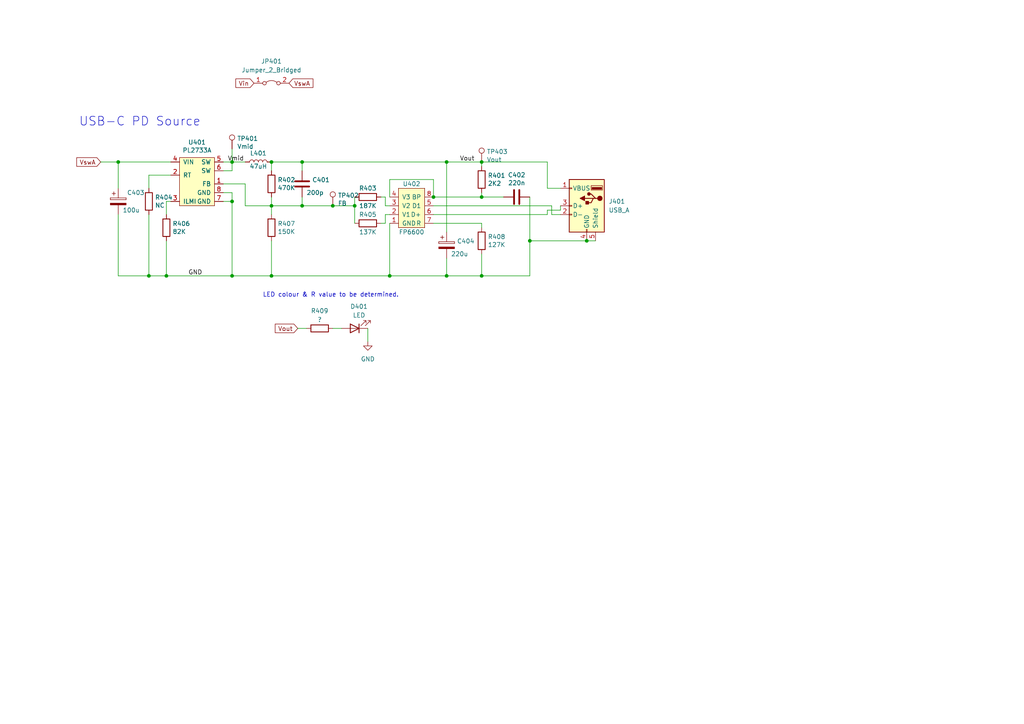
<source format=kicad_sch>
(kicad_sch (version 20211123) (generator eeschema)
  (paper "A4")
  (lib_symbols
    (symbol "Connector:TestPoint" (pin_numbers hide) (pin_names (offset 0.762) hide)
      (property "Reference" "TP" (at 0 6.858 0))
      (property "Value" "TestPoint" (at 0 5.08 0))
      (symbol "TestPoint_0_1"
        (circle (center 0 3.302) (radius 0.762))
      )
      (symbol "TestPoint_1_1"
        (pin passive line (at 0 0 90) (length 2.54) (name "1") (number "1"))
      )
    )
    (symbol "Connector:USB_A" (pin_names (offset 1.016))
      (property "Reference" "J" (at -5.08 11.43 0))
      (property "Value" "USB_A" (at -5.08 8.89 0))
      (symbol "USB_A_0_1"
        (rectangle (start -5.08 -7.62) (end 5.08 7.62) (stroke (width 0.254)) (fill (type background)))
        (circle (center -3.81 2.159) (radius 0.635) (stroke (width 0.254)) (fill (type outline)))
        (rectangle (start -1.524 4.826) (end -4.318 5.334) (fill (type outline)))
        (rectangle (start -1.27 4.572) (end -4.572 5.842))
        (circle (center -0.635 3.429) (radius 0.381) (stroke (width 0.254)) (fill (type outline)))
        (rectangle (start -0.127 -7.62) (end 0.127 -6.858))
        (polyline (pts (xy -3.175 2.159) (xy -2.54 2.159) (xy -1.27 3.429) (xy -0.635 3.429)) (stroke (width 0.254)))
        (polyline (pts (xy -2.54 2.159) (xy -1.905 2.159) (xy -1.27 0.889) (xy 0 0.889)) (stroke (width 0.254)))
        (polyline (pts (xy 0.635 2.794) (xy 0.635 1.524) (xy 1.905 2.159) (xy 0.635 2.794)) (stroke (width 0.254)) (fill (type outline)))
        (rectangle (start 0.254 1.27) (end -0.508 0.508) (stroke (width 0.254)) (fill (type outline)))
        (rectangle (start 5.08 -2.667) (end 4.318 -2.413))
        (rectangle (start 5.08 -0.127) (end 4.318 0.127))
        (rectangle (start 5.08 4.953) (end 4.318 5.207))
      )
      (symbol "USB_A_1_1"
        (polyline (pts (xy -1.905 2.159) (xy 0.635 2.159)) (stroke (width 0.254)))
        (pin power_in line (at 7.62 5.08 180) (length 2.54) (name "VBUS") (number "1"))
        (pin bidirectional line (at 7.62 -2.54 180) (length 2.54) (name "D-") (number "2"))
        (pin bidirectional line (at 7.62 0 180) (length 2.54) (name "D+") (number "3"))
        (pin power_in line (at 0 -10.16 90) (length 2.54) (name "GND") (number "4"))
        (pin passive line (at -2.54 -10.16 90) (length 2.54) (name "Shield") (number "5"))
      )
    )
    (symbol "Device:C" (pin_numbers hide) (pin_names (offset 0.254))
      (property "Reference" "C" (at 0.635 2.54 0))
      (property "Value" "C" (at 0.635 -2.54 0))
      (symbol "C_0_1"
        (polyline (pts (xy -2.032 -0.762) (xy 2.032 -0.762)) (stroke (width 0.508)))
        (polyline (pts (xy -2.032 0.762) (xy 2.032 0.762)) (stroke (width 0.508)))
      )
      (symbol "C_1_1"
        (pin passive line (at 0 3.81 270) (length 2.794) (name "~") (number "1"))
        (pin passive line (at 0 -3.81 90) (length 2.794) (name "~") (number "2"))
      )
    )
    (symbol "Device:CP" (pin_numbers hide) (pin_names (offset 0.254))
      (property "Reference" "C" (at 0.635 2.54 0))
      (property "Value" "Device_CP" (at 0.635 -2.54 0))
      (symbol "CP_0_1"
        (rectangle (start -2.286 0.508) (end -2.286 1.016))
        (rectangle (start -2.286 0.508) (end 2.286 0.508))
        (polyline (pts (xy -1.778 2.286) (xy -0.762 2.286)))
        (polyline (pts (xy -1.27 2.794) (xy -1.27 1.778)))
        (rectangle (start 2.286 -0.508) (end -2.286 -1.016) (fill (type outline)))
        (rectangle (start 2.286 1.016) (end -2.286 1.016))
        (rectangle (start 2.286 1.016) (end 2.286 0.508))
      )
      (symbol "CP_1_1"
        (pin passive line (at 0 3.81 270) (length 2.794) (name "~") (number "1"))
        (pin passive line (at 0 -3.81 90) (length 2.794) (name "~") (number "2"))
      )
    )
    (symbol "Device:L" (pin_numbers hide) (pin_names (offset 1.016) hide)
      (property "Reference" "L" (at -1.27 0 90))
      (property "Value" "L" (at 1.905 0 90))
      (symbol "L_0_1"
        (arc (start 0 -2.54) (mid 0.635 -1.905) (end 0 -1.27))
        (arc (start 0 -1.27) (mid 0.635 -0.635) (end 0 0))
        (arc (start 0 0) (mid 0.635 0.635) (end 0 1.27))
        (arc (start 0 1.27) (mid 0.635 1.905) (end 0 2.54))
      )
      (symbol "L_1_1"
        (pin passive line (at 0 3.81 270) (length 1.27) (name "1") (number "1"))
        (pin passive line (at 0 -3.81 90) (length 1.27) (name "2") (number "2"))
      )
    )
    (symbol "Device:LED" (pin_numbers hide) (pin_names (offset 1.016) hide)
      (property "Reference" "D" (at 0 2.54 0))
      (property "Value" "LED" (at 0 -2.54 0))
      (symbol "LED_0_1"
        (polyline (pts (xy -1.27 -1.27) (xy -1.27 1.27)) (stroke (width 0.254)))
        (polyline (pts (xy -1.27 0) (xy 1.27 0)))
        (polyline (pts (xy 1.27 -1.27) (xy 1.27 1.27) (xy -1.27 0) (xy 1.27 -1.27)) (stroke (width 0.254)))
        (polyline (pts (xy -3.048 -0.762) (xy -4.572 -2.286) (xy -3.81 -2.286) (xy -4.572 -2.286) (xy -4.572 -1.524)))
        (polyline (pts (xy -1.778 -0.762) (xy -3.302 -2.286) (xy -2.54 -2.286) (xy -3.302 -2.286) (xy -3.302 -1.524)))
      )
      (symbol "LED_1_1"
        (pin passive line (at -3.81 0 0) (length 2.54) (name "K") (number "1"))
        (pin passive line (at 3.81 0 180) (length 2.54) (name "A") (number "2"))
      )
    )
    (symbol "Device:R" (pin_numbers hide) (pin_names (offset 0))
      (property "Reference" "R" (at 2.032 0 90))
      (property "Value" "R" (at 0 0 90))
      (symbol "R_0_1"
        (rectangle (start -1.016 -2.54) (end 1.016 2.54) (stroke (width 0.254)))
      )
      (symbol "R_1_1"
        (pin passive line (at 0 3.81 270) (length 1.27) (name "~") (number "1"))
        (pin passive line (at 0 -3.81 90) (length 1.27) (name "~") (number "2"))
      )
    )
    (symbol "Jumper:Jumper_2_Bridged" (pin_names (offset 0) hide)
      (property "Reference" "JP" (at 0 1.905 0))
      (property "Value" "Jumper_2_Bridged" (at 0 -2.54 0))
      (symbol "Jumper_2_Bridged_0_0"
        (circle (center -2.032 0) (radius 0.508))
        (circle (center 2.032 0) (radius 0.508))
      )
      (symbol "Jumper_2_Bridged_0_1"
        (arc (start 1.524 0.254) (mid 0 0.762) (end -1.524 0.254))
      )
      (symbol "Jumper_2_Bridged_1_1"
        (pin passive line (at -5.08 0 0) (length 2.54) (name "A") (number "1"))
        (pin passive line (at 5.08 0 180) (length 2.54) (name "B") (number "2"))
      )
    )
    (symbol "customs:FP6600" (pin_names (offset 1.016))
      (property "Reference" "U" (at 0 1.27 0))
      (property "Value" "customs_FP6600" (at 0 -1.27 0))
      (symbol "FP6600_0_1"
        (rectangle (start -3.81 -2.54) (end 3.81 -13.97) (fill (type background)))
      )
      (symbol "FP6600_1_1"
        (pin power_in line (at -6.35 -12.7 0) (length 2.54) (name "GND") (number "1"))
        (pin input line (at -6.35 -10.16 0) (length 2.54) (name "V1") (number "2"))
        (pin input line (at -6.35 -7.62 0) (length 2.54) (name "V2") (number "3"))
        (pin input line (at -6.35 -5.08 0) (length 2.54) (name "V3") (number "4"))
        (pin bidirectional line (at 6.35 -7.62 180) (length 2.54) (name "D1") (number "5"))
        (pin bidirectional line (at 6.35 -10.16 180) (length 2.54) (name "D+") (number "6"))
        (pin input line (at 6.35 -12.7 180) (length 2.54) (name "R") (number "7"))
        (pin power_in line (at 6.35 -5.08 180) (length 2.54) (name "BP") (number "8"))
      )
    )
    (symbol "customs:PL2733A" (pin_names (offset 1.016))
      (property "Reference" "U" (at 0 7.62 0))
      (property "Value" "customs_PL2733A" (at 0 5.08 0))
      (symbol "PL2733A_0_1"
        (rectangle (start -5.08 3.81) (end 5.08 -10.16) (fill (type background)))
      )
      (symbol "PL2733A_1_1"
        (pin input line (at 7.62 -3.81 180) (length 2.54) (name "FB") (number "1"))
        (pin input line (at -7.62 -1.27 0) (length 2.54) (name "RT") (number "2"))
        (pin input line (at -7.62 -8.89 0) (length 2.54) (name "ILMI") (number "3"))
        (pin power_in line (at -7.62 2.54 0) (length 2.54) (name "VIN") (number "4"))
        (pin power_out line (at 7.62 2.54 180) (length 2.54) (name "SW") (number "5"))
        (pin power_out line (at 7.62 0 180) (length 2.54) (name "SW") (number "6"))
        (pin power_in line (at 7.62 -8.89 180) (length 2.54) (name "GND") (number "7"))
        (pin power_in line (at 7.62 -6.35 180) (length 2.54) (name "GND") (number "8"))
      )
    )
    (symbol "power:GND" (power) (pin_names (offset 0))
      (property "Value" "GND" (at 0 -3.81 0))
      (symbol "GND_0_1"
        (polyline (pts (xy 0 0) (xy 0 -1.27) (xy 1.27 -1.27) (xy 0 -2.54) (xy -1.27 -1.27) (xy 0 -1.27)))
      )
      (symbol "GND_1_1"
        (pin power_in line (at 0 0 270) (length 0) hide (name "GND") (number "1"))
      )
    )
  )
  (junction (at 129.54 80.01))
  (junction (at 129.54 46.99))
  (junction (at 78.74 46.99))
  (junction (at 67.31 46.99))
  (junction (at 96.52 59.69))
  (junction (at 34.29 46.99))
  (junction (at 113.03 80.01))
  (junction (at 139.7 80.01))
  (junction (at 78.74 59.69))
  (junction (at 125.73 57.15))
  (junction (at 139.7 46.99))
  (junction (at 170.18 69.85))
  (junction (at 102.87 59.69))
  (junction (at 87.63 59.69))
  (junction (at 43.18 80.01))
  (junction (at 153.67 69.85))
  (junction (at 78.74 80.01))
  (junction (at 67.31 58.42))
  (junction (at 67.31 80.01))
  (junction (at 87.63 46.99))
  (junction (at 139.7 57.15))
  (junction (at 48.26 80.01))
  (wire (pts (xy 49.53 50.8) (xy 43.18 50.8)))
  (wire (pts (xy 125.73 59.69) (xy 160.02 59.69)))
  (wire (pts (xy 34.29 46.99) (xy 34.29 54.61)))
  (wire (pts (xy 153.67 69.85) (xy 153.67 80.01)))
  (wire (pts (xy 43.18 80.01) (xy 34.29 80.01)))
  (wire (pts (xy 129.54 80.01) (xy 139.7 80.01)))
  (wire (pts (xy 34.29 62.23) (xy 34.29 80.01)))
  (wire (pts (xy 96.52 59.69) (xy 87.63 59.69)))
  (wire (pts (xy 78.74 69.85) (xy 78.74 80.01)))
  (wire (pts (xy 139.7 66.04) (xy 139.7 64.77)))
  (wire (pts (xy 67.31 46.99) (xy 64.77 46.99)))
  (wire (pts (xy 43.18 62.23) (xy 43.18 80.01)))
  (wire (pts (xy 106.68 95.25) (xy 106.68 99.06)))
  (wire (pts (xy 158.75 54.61) (xy 162.56 54.61)))
  (wire (pts (xy 129.54 46.99) (xy 139.7 46.99)))
  (wire (pts (xy 111.76 64.77) (xy 110.49 64.77)))
  (wire (pts (xy 113.03 64.77) (xy 113.03 80.01)))
  (wire (pts (xy 111.76 59.69) (xy 111.76 57.15)))
  (wire (pts (xy 49.53 58.42) (xy 48.26 58.42)))
  (wire (pts (xy 67.31 58.42) (xy 67.31 80.01)))
  (wire (pts (xy 139.7 48.26) (xy 139.7 46.99)))
  (wire (pts (xy 111.76 62.23) (xy 111.76 64.77)))
  (wire (pts (xy 170.18 69.85) (xy 172.72 69.85)))
  (wire (pts (xy 113.03 62.23) (xy 111.76 62.23)))
  (wire (pts (xy 78.74 49.53) (xy 78.74 46.99)))
  (wire (pts (xy 64.77 55.88) (xy 67.31 55.88)))
  (wire (pts (xy 160.02 62.23) (xy 162.56 62.23)))
  (wire (pts (xy 78.74 57.15) (xy 78.74 59.69)))
  (wire (pts (xy 125.73 52.07) (xy 125.73 57.15)))
  (wire (pts (xy 125.73 57.15) (xy 139.7 57.15)))
  (wire (pts (xy 139.7 57.15) (xy 146.05 57.15)))
  (wire (pts (xy 67.31 80.01) (xy 78.74 80.01)))
  (wire (pts (xy 160.02 59.69) (xy 160.02 62.23)))
  (wire (pts (xy 162.56 60.96) (xy 162.56 59.69)))
  (wire (pts (xy 129.54 67.31) (xy 129.54 46.99)))
  (wire (pts (xy 64.77 58.42) (xy 67.31 58.42)))
  (wire (pts (xy 96.52 95.25) (xy 99.06 95.25)))
  (wire (pts (xy 129.54 80.01) (xy 113.03 80.01)))
  (wire (pts (xy 48.26 80.01) (xy 43.18 80.01)))
  (wire (pts (xy 29.21 46.99) (xy 34.29 46.99)))
  (wire (pts (xy 102.87 59.69) (xy 96.52 59.69)))
  (wire (pts (xy 87.63 57.15) (xy 87.63 59.69)))
  (wire (pts (xy 67.31 49.53) (xy 67.31 46.99)))
  (wire (pts (xy 158.75 60.96) (xy 162.56 60.96)))
  (wire (pts (xy 158.75 54.61) (xy 158.75 46.99)))
  (wire (pts (xy 48.26 69.85) (xy 48.26 80.01)))
  (wire (pts (xy 158.75 62.23) (xy 158.75 60.96)))
  (wire (pts (xy 48.26 58.42) (xy 48.26 62.23)))
  (wire (pts (xy 139.7 55.88) (xy 139.7 57.15)))
  (wire (pts (xy 78.74 59.69) (xy 78.74 62.23)))
  (wire (pts (xy 43.18 50.8) (xy 43.18 54.61)))
  (wire (pts (xy 153.67 69.85) (xy 170.18 69.85)))
  (wire (pts (xy 139.7 46.99) (xy 158.75 46.99)))
  (wire (pts (xy 125.73 62.23) (xy 158.75 62.23)))
  (wire (pts (xy 67.31 43.18) (xy 67.31 46.99)))
  (wire (pts (xy 64.77 53.34) (xy 71.12 53.34)))
  (wire (pts (xy 113.03 59.69) (xy 111.76 59.69)))
  (wire (pts (xy 86.36 95.25) (xy 88.9 95.25)))
  (wire (pts (xy 49.53 46.99) (xy 34.29 46.99)))
  (wire (pts (xy 139.7 80.01) (xy 153.67 80.01)))
  (wire (pts (xy 113.03 57.15) (xy 113.03 52.07)))
  (wire (pts (xy 64.77 49.53) (xy 67.31 49.53)))
  (wire (pts (xy 113.03 52.07) (xy 125.73 52.07)))
  (wire (pts (xy 67.31 55.88) (xy 67.31 58.42)))
  (wire (pts (xy 87.63 46.99) (xy 78.74 46.99)))
  (wire (pts (xy 102.87 64.77) (xy 102.87 59.69)))
  (wire (pts (xy 87.63 49.53) (xy 87.63 46.99)))
  (wire (pts (xy 78.74 80.01) (xy 113.03 80.01)))
  (wire (pts (xy 139.7 73.66) (xy 139.7 80.01)))
  (wire (pts (xy 102.87 57.15) (xy 102.87 59.69)))
  (wire (pts (xy 87.63 59.69) (xy 78.74 59.69)))
  (wire (pts (xy 71.12 59.69) (xy 78.74 59.69)))
  (wire (pts (xy 125.73 64.77) (xy 139.7 64.77)))
  (wire (pts (xy 153.67 57.15) (xy 153.67 69.85)))
  (wire (pts (xy 71.12 53.34) (xy 71.12 59.69)))
  (wire (pts (xy 129.54 74.93) (xy 129.54 80.01)))
  (wire (pts (xy 71.12 46.99) (xy 67.31 46.99)))
  (wire (pts (xy 67.31 80.01) (xy 48.26 80.01)))
  (wire (pts (xy 111.76 57.15) (xy 110.49 57.15)))
  (wire (pts (xy 87.63 46.99) (xy 129.54 46.99)))
  (text "LED colour & R value to be determined." (at 76.2 86.36 0) (effects (font (size 1.27 1.27)) (justify left bottom)))
  (text "USB-C PD Source" (at 22.86 36.83 0) (effects (font (size 2.54 2.54)) (justify left bottom)))
  (label "GND" (at 54.61 80.01 0))
  (label "Vmid" (at 66.04 46.99 0))
  (label "Vout" (at 133.35 46.99 0))
  (global_label "VswA" (shape input) (at 29.21 46.99 180) (property "Intersheet References" "${INTERSHEET_REFS}" (effects hide)))
  (global_label "Vin" (shape input) (at 73.66 24.13 180) (property "Intersheet References" "${INTERSHEET_REFS}" (effects hide)))
  (global_label "Vout" (shape input) (at 86.36 95.25 180) (property "Intersheet References" "${INTERSHEET_REFS}" (effects hide)))
  (global_label "VswA" (shape input) (at 83.82 24.13 0) (property "Intersheet References" "${INTERSHEET_REFS}" (effects hide)))
  (symbol (lib_id "Device:R") (at 139.7 69.85 0) (unit 1)
    (property "Reference" "R408" (at 141.478 68.6816 0) (effects (justify left)))
    (property "Value" "127K" (at 141.478 70.993 0) (effects (justify left)))
    (property "Footprint" "Resistor_SMD:R_0603_1608Metric" (effects hide))
  )
  (symbol (lib_id "Jumper:Jumper_2_Bridged") (at 78.74 24.13 0) (unit 1)
    (property "Reference" "JP401" (at 78.74 17.78 0))
    (property "Value" "Jumper_2_Bridged" (at 78.74 20.32 0))
    (property "Footprint" "Jumper:SolderJumper-2_P1.3mm_Bridged_RoundedPad1.0x1.5mm" (effects hide))
  )
  (symbol (lib_id "Connector:TestPoint") (at 139.7 46.99 0) (unit 1)
    (property "Reference" "TP403" (at 141.1732 43.9928 0) (effects (justify left)))
    (property "Value" "Vout" (at 141.1732 46.3042 0) (effects (justify left)))
    (property "Footprint" "tinker:TestPoint_THTPad_D1.0mm_Drill0.5mm" (effects hide))
  )
  (symbol (lib_id "Device:L") (at 74.93 46.99 90) (unit 1)
    (property "Reference" "L401" (at 74.93 44.45 90))
    (property "Value" "47uH" (at 74.93 48.26 90))
    (property "Footprint" "Inductor_SMD:L_12x12mm_H8mm" (effects hide))
  )
  (symbol (lib_id "Device:R") (at 48.26 66.04 0) (unit 1)
    (property "Reference" "R406" (at 50.038 64.8716 0) (effects (justify left)))
    (property "Value" "82K" (at 50.038 67.183 0) (effects (justify left)))
    (property "Footprint" "Resistor_SMD:R_0603_1608Metric" (effects hide))
  )
  (symbol (lib_id "power:GND") (at 106.68 99.06 0) (unit 1)
    (property "Reference" "#PWR0104" (effects hide))
    (property "Value" "GND" (at 106.68 104.14 0))
  )
  (symbol (lib_id "Device:R") (at 78.74 66.04 0) (unit 1)
    (property "Reference" "R407" (at 80.518 64.8716 0) (effects (justify left)))
    (property "Value" "150K" (at 80.518 67.183 0) (effects (justify left)))
    (property "Footprint" "Resistor_SMD:R_0603_1608Metric" (effects hide))
  )
  (symbol (lib_id "Device:R") (at 106.68 57.15 270) (unit 1)
    (property "Reference" "R403" (at 106.68 54.61 90))
    (property "Value" "187K" (at 106.68 59.69 90))
    (property "Footprint" "Resistor_SMD:R_0603_1608Metric" (effects hide))
  )
  (symbol (lib_id "Connector:TestPoint") (at 67.31 43.18 0) (unit 1)
    (property "Reference" "TP401" (at 68.7832 40.1828 0) (effects (justify left)))
    (property "Value" "Vmid" (at 68.7832 42.4942 0) (effects (justify left)))
    (property "Footprint" "tinker:TestPoint_THTPad_D1.0mm_Drill0.5mm" (effects hide))
  )
  (symbol (lib_id "Device:R") (at 78.74 53.34 0) (unit 1)
    (property "Reference" "R402" (at 80.518 52.1716 0) (effects (justify left)))
    (property "Value" "470K" (at 80.518 54.483 0) (effects (justify left)))
    (property "Footprint" "Resistor_SMD:R_0603_1608Metric" (effects hide))
  )
  (symbol (lib_id "customs:PL2733A") (at 57.15 49.53 0) (unit 1)
    (property "Reference" "U401" (at 57.15 41.275 0))
    (property "Value" "PL2733A" (at 57.15 43.5864 0))
    (property "Footprint" "Package_SO:SSOP-8_3.9x5.05mm_P1.27mm" (effects hide))
  )
  (symbol (lib_id "Device:C") (at 87.63 53.34 0) (unit 1)
    (property "Reference" "C401" (at 90.551 52.1716 0) (effects (justify left)))
    (property "Value" "200p" (at 88.9 55.88 0) (effects (justify left)))
    (property "Footprint" "Capacitor_SMD:C_0603_1608Metric" (effects hide))
  )
  (symbol (lib_id "Device:R") (at 92.71 95.25 90) (unit 1)
    (property "Reference" "R409" (at 92.71 90.17 90))
    (property "Value" "?" (at 92.71 92.71 90))
    (property "Footprint" "Resistor_SMD:R_0603_1608Metric" (effects hide))
  )
  (symbol (lib_id "Device:LED") (at 102.87 95.25 180) (unit 1)
    (property "Reference" "D401" (at 104.14 88.9 0))
    (property "Value" "LED" (at 104.14 91.44 0))
    (property "Footprint" "LED_SMD:LED_0603_1608Metric" (effects hide))
  )
  (symbol (lib_id "customs:FP6600") (at 119.38 52.07 0) (unit 1)
    (property "Reference" "U402" (at 119.38 53.34 0))
    (property "Value" "FP6600" (at 119.38 67.31 0))
    (property "Footprint" "Package_SO:SSOP-8_3.9x5.05mm_P1.27mm" (effects hide))
  )
  (symbol (lib_id "Device:C") (at 149.86 57.15 270) (unit 1)
    (property "Reference" "C402" (at 149.86 50.7492 90))
    (property "Value" "220n" (at 149.86 53.0606 90))
    (property "Footprint" "Capacitor_SMD:C_0603_1608Metric" (effects hide))
  )
  (symbol (lib_id "Device:CP") (at 34.29 58.42 0) (unit 1)
    (property "Reference" "C403" (at 36.83 55.88 0) (effects (justify left)))
    (property "Value" "100u" (at 35.56 60.96 0) (effects (justify left)))
    (property "Footprint" "Capacitor_SMD:CP_Elec_10x7.7" (effects hide))
  )
  (symbol (lib_id "Device:CP") (at 129.54 71.12 0) (unit 1)
    (property "Reference" "C404" (at 132.5372 69.9516 0) (effects (justify left)))
    (property "Value" "220u" (at 130.81 73.66 0) (effects (justify left)))
    (property "Footprint" "Capacitor_SMD:CP_Elec_10x7.7" (effects hide))
  )
  (symbol (lib_id "Connector:TestPoint") (at 96.52 59.69 0) (unit 1)
    (property "Reference" "TP402" (at 97.9932 56.6928 0) (effects (justify left)))
    (property "Value" "FB" (at 97.9932 59.0042 0) (effects (justify left)))
    (property "Footprint" "tinker:TestPoint_THTPad_D1.0mm_Drill0.5mm" (effects hide))
  )
  (symbol (lib_id "Connector:USB_A") (at 170.18 59.69 0) (mirror y) (unit 1)
    (property "Reference" "J401" (at 176.53 58.4199 0) (effects (justify right)))
    (property "Value" "USB_A" (at 176.53 60.9599 0) (effects (justify right)))
    (property "Footprint" "tinker:USB_A_Female_THT" (effects hide))
    (property "Datasheet" " ~" (effects hide))
    (property "LCSC" "C6389922" (effects hide))
  )
  (symbol (lib_id "Device:R") (at 139.7 52.07 0) (unit 1)
    (property "Reference" "R401" (at 141.478 50.9016 0) (effects (justify left)))
    (property "Value" "2K2" (at 141.478 53.213 0) (effects (justify left)))
    (property "Footprint" "Resistor_SMD:R_0603_1608Metric" (effects hide))
  )
  (symbol (lib_id "Device:R") (at 106.68 64.77 270) (unit 1)
    (property "Reference" "R405" (at 106.68 62.23 90))
    (property "Value" "137K" (at 106.68 67.31 90))
    (property "Footprint" "Resistor_SMD:R_0603_1608Metric" (effects hide))
  )
  (symbol (lib_id "Device:R") (at 43.18 58.42 0) (unit 1)
    (property "Reference" "R404" (at 44.958 57.2516 0) (effects (justify left)))
    (property "Value" "NC" (at 44.958 59.563 0) (effects (justify left)))
    (property "Footprint" "Resistor_SMD:R_0603_1608Metric" (effects hide))
  )
)
</source>
